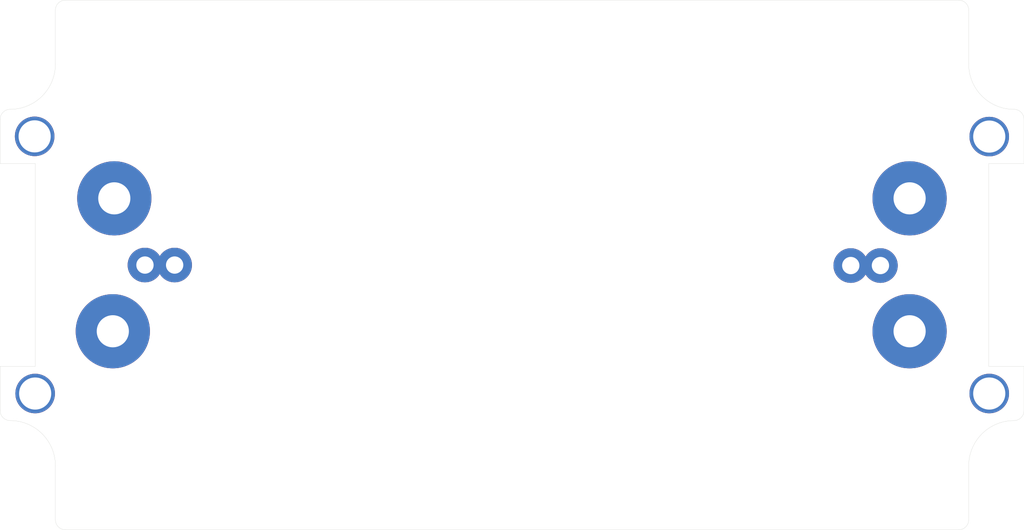
<source format=kicad_pcb>
(kicad_pcb
	(version 20240108)
	(generator "pcbnew")
	(generator_version "8.0")
	(general
		(thickness 1.6)
		(legacy_teardrops no)
	)
	(paper "A4")
	(layers
		(0 "F.Cu" signal "Top Layer")
		(31 "B.Cu" signal "Bottom Layer")
		(32 "B.Adhes" user "B.Adhesive")
		(33 "F.Adhes" user "F.Adhesive")
		(34 "B.Paste" user "Bottom Paste")
		(35 "F.Paste" user "Top Paste")
		(36 "B.SilkS" user "Bottom Overlay")
		(37 "F.SilkS" user "Top Overlay")
		(38 "B.Mask" user "Bottom Solder")
		(39 "F.Mask" user "Top Solder")
		(40 "Dwgs.User" user "Mechanical 10")
		(41 "Cmts.User" user "User.Comments")
		(42 "Eco1.User" user "User.Eco1")
		(43 "Eco2.User" user "Mechanical 11")
		(44 "Edge.Cuts" user)
		(45 "Margin" user)
		(46 "B.CrtYd" user "B.Courtyard")
		(47 "F.CrtYd" user "F.Courtyard")
		(48 "B.Fab" user "Mechanical 13")
		(49 "F.Fab" user "Mechanical 12")
		(50 "User.1" user "Mechanical 1")
		(51 "User.2" user "Mechanical 2")
		(52 "User.3" user "Mechanical 3")
		(53 "User.4" user "Mechanical 4")
		(54 "User.5" user "Mechanical 5")
		(55 "User.6" user "Mechanical 6")
		(56 "User.7" user "Mechanical 7")
		(57 "User.8" user "Mechanical 8")
		(58 "User.9" user "Mechanical 9")
	)
	(setup
		(pad_to_mask_clearance 0.1016)
		(allow_soldermask_bridges_in_footprints no)
		(aux_axis_origin 31.2801 184.1246)
		(grid_origin 31.2801 184.1246)
		(pcbplotparams
			(layerselection 0x00010fc_ffffffff)
			(plot_on_all_layers_selection 0x0000000_00000000)
			(disableapertmacros no)
			(usegerberextensions no)
			(usegerberattributes yes)
			(usegerberadvancedattributes yes)
			(creategerberjobfile yes)
			(dashed_line_dash_ratio 12.000000)
			(dashed_line_gap_ratio 3.000000)
			(svgprecision 4)
			(plotframeref no)
			(viasonmask no)
			(mode 1)
			(useauxorigin no)
			(hpglpennumber 1)
			(hpglpenspeed 20)
			(hpglpendiameter 15.000000)
			(pdf_front_fp_property_popups yes)
			(pdf_back_fp_property_popups yes)
			(dxfpolygonmode yes)
			(dxfimperialunits yes)
			(dxfusepcbnewfont yes)
			(psnegative no)
			(psa4output no)
			(plotreference yes)
			(plotvalue yes)
			(plotfptext yes)
			(plotinvisibletext no)
			(sketchpadsonfab no)
			(subtractmaskfromsilk no)
			(outputformat 1)
			(mirror no)
			(drillshape 1)
			(scaleselection 1)
			(outputdirectory "")
		)
	)
	(net 0 "")
	(gr_circle
		(center 47.0281 64.3636)
		(end 47.0281 64.262)
		(stroke
			(width 0.0254)
			(type solid)
		)
		(fill none)
		(layer "Eco1.User")
		(uuid "939d9de5-b416-4087-9ccc-a1683561e106")
	)
	(gr_circle
		(center 47.0281 145.6436)
		(end 47.0281 145.51408)
		(stroke
			(width 0.0254)
			(type solid)
		)
		(fill none)
		(layer "Eco1.User")
		(uuid "d820cfb1-6e92-4261-9fd9-ca4972dd8743")
	)
	(gr_line
		(start 56.1721 156.5656)
		(end 56.1721 145.6436)
		(stroke
			(width 0.05)
			(type solid)
		)
		(layer "Edge.Cuts")
		(uuid "0b318c65-4182-4e5d-980b-bcd2bb353113")
	)
	(gr_arc
		(start 249.9741 73.5076)
		(mid 251.410941 74.102759)
		(end 252.0061 75.5396)
		(stroke
			(width 0.05)
			(type solid)
		)
		(layer "Edge.Cuts")
		(uuid "0f8f12d3-592c-4737-a322-c33d476e7edd")
	)
	(gr_line
		(start 52.1081 125.5268)
		(end 52.1081 84.4804)
		(stroke
			(width 0.05)
			(type solid)
		)
		(layer "Edge.Cuts")
		(uuid "16fa837a-9e91-400d-ba7f-66ab079d6f60")
	)
	(gr_arc
		(start 56.1721 53.4416)
		(mid 56.767639 52.005139)
		(end 58.2041 51.4096)
		(stroke
			(width 0.05)
			(type solid)
		)
		(layer "Edge.Cuts")
		(uuid "18d42100-28df-43fe-b3f1-e92704464ed6")
	)
	(gr_arc
		(start 240.8301 145.6436)
		(mid 243.508316 139.177816)
		(end 249.9741 136.4996)
		(stroke
			(width 0.05)
			(type solid)
		)
		(layer "Edge.Cuts")
		(uuid "1ae0e2e4-c018-48a0-84ce-92738058d1f6")
	)
	(gr_line
		(start 252.0061 75.5396)
		(end 252.0061 84.4804)
		(stroke
			(width 0.05)
			(type solid)
		)
		(layer "Edge.Cuts")
		(uuid "24b0a7bb-acc3-4011-98d0-e324e7c3c801")
	)
	(gr_line
		(start 244.8941 84.4804)
		(end 244.8941 125.5268)
		(stroke
			(width 0.05)
			(type solid)
		)
		(layer "Edge.Cuts")
		(uuid "3afcfb51-cdb7-4596-a44e-5b3844d1e6ef")
	)
	(gr_arc
		(start 56.1721 64.3636)
		(mid 53.493884 70.829384)
		(end 47.0281 73.5076)
		(stroke
			(width 0.05)
			(type solid)
		)
		(layer "Edge.Cuts")
		(uuid "4234d907-6167-40fa-9ed7-a01314756bbc")
	)
	(gr_arc
		(start 44.9961 75.5396)
		(mid 45.591631 74.103131)
		(end 47.0281 73.5076)
		(stroke
			(width 0.05)
			(type solid)
		)
		(layer "Edge.Cuts")
		(uuid "43a3461a-f886-4efc-8323-5fc263a0b19b")
	)
	(gr_line
		(start 44.9961 134.4676)
		(end 44.9961 125.5268)
		(stroke
			(width 0.05)
			(type solid)
		)
		(layer "Edge.Cuts")
		(uuid "4d4e84a0-2dc2-401c-a1d2-5d2bf9cdcf3b")
	)
	(gr_arc
		(start 238.7981 51.4096)
		(mid 240.234941 52.004759)
		(end 240.8301 53.4416)
		(stroke
			(width 0.05)
			(type solid)
		)
		(layer "Edge.Cuts")
		(uuid "5d1ffa5e-f604-4dd6-aea3-ce01a9d7d35c")
	)
	(gr_line
		(start 56.1721 64.3636)
		(end 56.1721 53.4416)
		(stroke
			(width 0.05)
			(type solid)
		)
		(layer "Edge.Cuts")
		(uuid "60e97974-43d2-4231-99dd-66e5dcac5cae")
	)
	(gr_arc
		(start 249.9741 73.5076)
		(mid 243.508316 70.829384)
		(end 240.8301 64.3636)
		(stroke
			(width 0.05)
			(type solid)
		)
		(layer "Edge.Cuts")
		(uuid "61a45662-76ff-4465-b59d-b9a6842aea4c")
	)
	(gr_line
		(start 44.9961 84.4804)
		(end 44.9961 75.5396)
		(stroke
			(width 0.05)
			(type solid)
		)
		(layer "Edge.Cuts")
		(uuid "64ba4e20-c3d6-4824-99d8-1f5159a3166f")
	)
	(gr_arc
		(start 252.0061 134.4676)
		(mid 251.410561 135.904061)
		(end 249.9741 136.4996)
		(stroke
			(width 0.05)
			(type solid)
		)
		(layer "Edge.Cuts")
		(uuid "6b463c69-421b-452d-85e0-dd20b3a6d88c")
	)
	(gr_line
		(start 244.8941 125.5268)
		(end 252.0061 125.5268)
		(stroke
			(width 0.05)
			(type solid)
		)
		(layer "Edge.Cuts")
		(uuid "6ce811d4-5247-401e-a080-13d030e3bd45")
	)
	(gr_arc
		(start 58.2041 158.5976)
		(mid 56.767639 158.002061)
		(end 56.1721 156.5656)
		(stroke
			(width 0.05)
			(type solid)
		)
		(layer "Edge.Cuts")
		(uuid "6d85564a-80ac-4aa2-93dd-1c8d094c53e9")
	)
	(gr_arc
		(start 47.0281 136.4996)
		(mid 45.591639 135.904061)
		(end 44.9961 134.4676)
		(stroke
			(width 0.05)
			(type solid)
		)
		(layer "Edge.Cuts")
		(uuid "90ff305a-f5be-4e35-8c3e-53b6fd870459")
	)
	(gr_arc
		(start 47.0281 136.4996)
		(mid 53.493884 139.177816)
		(end 56.1721 145.6436)
		(stroke
			(width 0.05)
			(type solid)
		)
		(layer "Edge.Cuts")
		(uuid "9935d89b-fa2b-4ed3-9b68-fa6d2f90ac8d")
	)
	(gr_line
		(start 238.7981 158.5976)
		(end 58.2041 158.5976)
		(stroke
			(width 0.05)
			(type solid)
		)
		(layer "Edge.Cuts")
		(uuid "a02f493b-a44b-402e-8f76-80bfe06fa698")
	)
	(gr_line
		(start 240.8301 145.6436)
		(end 240.8301 156.5656)
		(stroke
			(width 0.05)
			(type solid)
		)
		(layer "Edge.Cuts")
		(uuid "a33b95e4-d038-4e4f-b7bb-a002be0c6204")
	)
	(gr_line
		(start 240.8301 53.4416)
		(end 240.8301 64.3636)
		(stroke
			(width 0.05)
			(type solid)
		)
		(layer "Edge.Cuts")
		(uuid "b05301b0-5f08-49f4-8ed5-e66c3d1be235")
	)
	(gr_line
		(start 52.1081 84.4804)
		(end 44.9961 84.4804)
		(stroke
			(width 0.05)
			(type solid)
		)
		(layer "Edge.Cuts")
		(uuid "b1df5ee9-d270-4f62-8dd2-be4bb553024f")
	)
	(gr_line
		(start 58.2041 51.4096)
		(end 238.7981 51.4096)
		(stroke
			(width 0.05)
			(type solid)
		)
		(layer "Edge.Cuts")
		(uuid "d0ad1e19-7bd2-4b7b-bb67-c293e5415d2f")
	)
	(gr_line
		(start 44.9961 125.5268)
		(end 52.1081 125.5268)
		(stroke
			(width 0.05)
			(type solid)
		)
		(layer "Edge.Cuts")
		(uuid "e53a85ad-b0db-4f68-9178-b1aa599659cf")
	)
	(gr_line
		(start 252.0061 84.4804)
		(end 244.8941 84.4804)
		(stroke
			(width 0.05)
			(type solid)
		)
		(layer "Edge.Cuts")
		(uuid "efda2616-3d7f-4751-83cf-d852eb009596")
	)
	(gr_line
		(start 252.0061 125.5268)
		(end 252.0061 134.4676)
		(stroke
			(width 0.05)
			(type solid)
		)
		(layer "Edge.Cuts")
		(uuid "f7f7c120-a7dd-42dc-826f-2a20abbafa32")
	)
	(gr_arc
		(start 240.8301 156.5656)
		(mid 240.234561 158.002061)
		(end 238.7981 158.5976)
		(stroke
			(width 0.05)
			(type solid)
		)
		(layer "Edge.Cuts")
		(uuid "fa31acf0-3f36-458f-96d3-9af601ad14bf")
	)
	(via
		(at 244.9801 79.0246)
		(size 8)
		(drill 6.5)
		(layers "F.Cu" "B.Cu")
		(net 0)
		(uuid "13543ed6-c92e-44e8-9f19-9439c63e2fdd")
	)
	(via
		(at 52.0801 131.0246)
		(size 8)
		(drill 6.5)
		(layers "F.Cu" "B.Cu")
		(net 0)
		(uuid "1c77ecef-2a35-4376-9e72-97916bfb8961")
	)
	(via
		(at 228.8801 91.5246)
		(size 15)
		(drill 6.5)
		(layers "F.Cu" "B.Cu")
		(net 0)
		(uuid "236a40ee-2b55-46ff-8b7f-5db3466c0563")
	)
	(via
		(at 222.9801 105.1246)
		(size 7)
		(drill 3.5)
		(layers "F.Cu" "B.Cu")
		(net 0)
		(uuid "2cc0703f-fcfa-4954-8f28-22bb5dbc590b")
	)
	(via
		(at 216.9801 105.1246)
		(size 7)
		(drill 3.5)
		(layers "F.Cu" "B.Cu")
		(net 0)
		(uuid "3ef3b738-5645-4ca6-a159-aaf789903138")
	)
	(via
		(at 51.979099 78.9804)
		(size 8)
		(drill 6.5)
		(layers "F.Cu" "B.Cu")
		(free yes)
		(net 0)
		(uuid "618aa4ea-4776-4b61-be5e-6ecc405cb612")
	)
	(via
		(at 244.9801 131.0246)
		(size 8)
		(drill 6.5)
		(layers "F.Cu" "B.Cu")
		(net 0)
		(uuid "8ff42339-64ca-46bc-8c7a-21471322562b")
	)
	(via
		(at 228.8801 118.4246)
		(size 15)
		(drill 6.5)
		(layers "F.Cu" "B.Cu")
		(net 0)
		(uuid "a1c698a0-8733-4715-883e-945a5d3bcb64")
	)
	(via
		(at 74.2801 105.0246)
		(size 7)
		(drill 3.5)
		(layers "F.Cu" "B.Cu")
		(net 0)
		(uuid "a96c21e6-40c8-4eed-9b28-48eb7152aff7")
	)
	(via
		(at 80.2801 105.0246)
		(size 7)
		(drill 3.5)
		(layers "F.Cu" "B.Cu")
		(net 0)
		(uuid "bca20b67-2746-48be-9b9d-4b8ee51d5370")
	)
	(via
		(at 68.0801 91.5246)
		(size 15)
		(drill 6.5)
		(layers "F.Cu" "B.Cu")
		(free yes)
		(net 0)
		(uuid "be90c955-ef5c-4793-bd70-593207a21e35")
	)
	(via
		(at 67.7801 118.4246)
		(size 15)
		(drill 6.5)
		(layers "F.Cu" "B.Cu")
		(net 0)
		(uuid "e51ba257-9717-4462-a1d4-3bf5bb803b75")
	)
)
</source>
